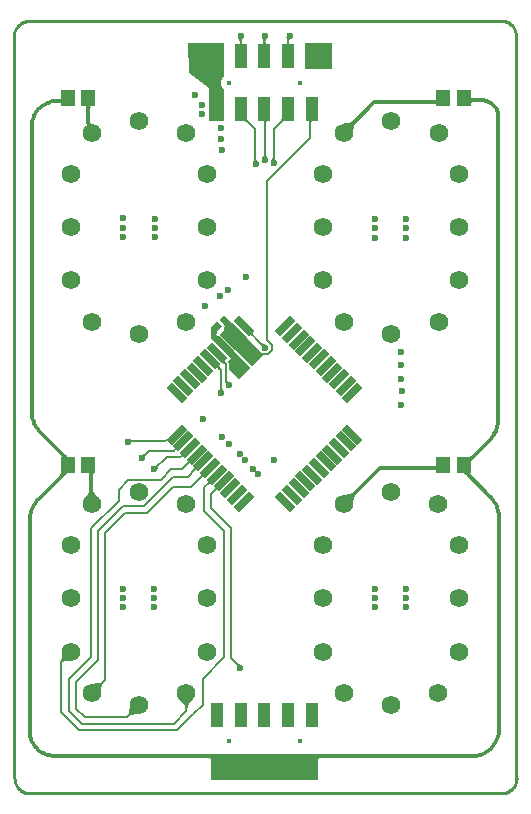
<source format=gbl>
%FSTAX23Y23*%
%MOIN*%
%SFA1B1*%

%IPPOS*%
%AMD36*
4,1,4,0.034800,-0.018100,-0.018100,0.034800,-0.034800,0.018100,0.018100,-0.034800,0.034800,-0.018100,0.0*
%
%AMD37*
4,1,4,-0.018100,-0.034800,0.034800,0.018100,0.018100,0.034800,-0.034800,-0.018100,-0.018100,-0.034800,0.0*
%
%AMD47*
4,1,4,0.015000,0.000600,0.000600,0.015000,-0.015000,-0.000600,-0.000600,-0.015000,0.015000,0.000600,0.0*
%
%ADD14C,0.010000*%
G04~CAMADD=36~9~0.0~0.0~748.0~236.2~0.0~0.0~0~0.0~0.0~0.0~0.0~0~0.0~0.0~0.0~0.0~0~0.0~0.0~0.0~315.0~696.0~695.0*
%ADD36D36*%
G04~CAMADD=37~9~0.0~0.0~748.0~236.2~0.0~0.0~0~0.0~0.0~0.0~0.0~0~0.0~0.0~0.0~0.0~0~0.0~0.0~0.0~225.0~696.0~695.0*
%ADD37D37*%
%ADD38C,0.006690*%
%ADD39C,0.014960*%
%ADD40C,0.062210*%
%ADD41C,0.023620*%
%ADD42C,0.031500*%
%ADD44C,0.011810*%
%ADD45R,0.044090X0.082870*%
%ADD46R,0.045280X0.057090*%
G04~CAMADD=47~9~0.0~0.0~204.7~220.5~0.0~0.0~0~0.0~0.0~0.0~0.0~0~0.0~0.0~0.0~0.0~0~0.0~0.0~0.0~315.0~300.0~299.0*
%ADD47D47*%
%LNnas-craftsman_nixie_base_v1_1-1*%
%LPD*%
G36*
X18546Y02797D02*
X18545Y02796D01*
X18544Y02795*
X18543Y02794*
X18542Y02793*
X18542Y02792*
X18541Y02791*
X18541Y0279*
X18541Y02789*
X18541Y02788*
X18541Y02787*
X18534Y02788*
X18534Y02789*
X18534Y0279*
X18533Y02791*
X18533Y02792*
X18533Y02793*
X18532Y02794*
X18532Y02795*
X18531Y02796*
X1853Y02797*
X18529Y02798*
X18546Y02797*
G37*
G36*
X18625Y02795D02*
X18624Y02794D01*
X18623Y02794*
X18622Y02793*
X18621Y02792*
X18621Y02792*
X1862Y02791*
X1862Y0279*
X18619Y02789*
X18619Y02788*
X18619Y02787*
X18613Y02788*
X18613Y02789*
X18612Y02792*
X18612Y02793*
X18612Y02796*
X18611Y02797*
X1861Y028*
X1861Y02801*
X18625Y02795*
G37*
G36*
X18466Y02796D02*
X18465Y02795D01*
X18464Y02794*
X18463Y02793*
X18463Y02792*
X18463Y02791*
X18462Y0279*
X18462Y02789*
X18462Y02788*
X18462Y02787*
X18455Y02786*
X18455Y02787*
X18455Y02788*
X18455Y02789*
X18454Y0279*
X18454Y02791*
X18453Y02792*
X18453Y02793*
X18452Y02794*
X18451Y02795*
X1845Y02796*
X18466Y02797*
X18466Y02796*
G37*
G36*
X18619Y02783D02*
X18619Y02782D01*
X1862Y02781*
X1862Y0278*
X1862Y02779*
X1862Y02779*
X18621Y02778*
X18621Y02778*
X18622Y02778*
X18623Y02778*
X18609*
X1861Y02778*
X1861Y02778*
X18611Y02778*
X18611Y02779*
X18612Y02779*
X18612Y0278*
X18612Y02781*
X18612Y02782*
X18613Y02783*
X18613Y02785*
X18619*
X18619Y02783*
G37*
G36*
X18541D02*
X18541Y02782D01*
X18541Y02781*
X18541Y0278*
X18541Y02779*
X18542Y02779*
X18542Y02778*
X18543Y02778*
X18543Y02778*
X18544Y02778*
X1853*
X18531Y02778*
X18532Y02778*
X18532Y02778*
X18533Y02779*
X18533Y02779*
X18533Y0278*
X18534Y02781*
X18534Y02782*
X18534Y02783*
X18534Y02785*
X18541*
X18541Y02783*
G37*
G36*
X18462Y02783D02*
X18462Y02782D01*
X18462Y02781*
X18462Y0278*
X18463Y02779*
X18463Y02779*
X18463Y02778*
X18464Y02778*
X18464Y02778*
X18465Y02778*
X18452*
X18452Y02778*
X18453Y02778*
X18453Y02778*
X18454Y02779*
X18454Y02779*
X18455Y0278*
X18455Y02781*
X18455Y02782*
X18455Y02783*
X18455Y02785*
X18462*
X18462Y02783*
G37*
G36*
X18762Y02782D02*
Y02695D01*
X18673*
Y02782*
X18762*
G37*
G36*
X17858Y02578D02*
X17858Y02579D01*
X17858Y0258*
X17858Y02581*
X17857Y02581*
X17856Y02581*
X17855Y02582*
X17853Y02582*
X17852Y02582*
X1785Y02582*
X17848Y02583*
Y02594*
X1785Y02594*
X17853Y02595*
X17855Y02595*
X17856Y02595*
X17857Y02596*
X17858Y02596*
X17858Y02597*
X17858Y02598*
X17858Y02598*
Y02578*
G37*
G36*
X19223Y02601D02*
X19224Y026D01*
X19224Y02599*
X19225Y02598*
X19226Y02598*
X19228Y02597*
X19229Y02597*
X19231Y02596*
X19233Y02596*
X19235Y02596*
Y02584*
X19233Y02584*
X19231Y02584*
X19229Y02584*
X19228Y02583*
X19226Y02583*
X19225Y02582*
X19224Y02581*
X19224Y0258*
X19223Y02579*
X19223Y02578*
Y02602*
X19223Y02601*
G37*
G36*
X19109Y02573D02*
X19109Y02574D01*
X19109Y02575*
X19108Y02576*
X19108Y02577*
X19106Y02577*
X19105Y02578*
X19104Y02578*
X19102Y02579*
X191Y02579*
X19098Y02579*
Y02591*
X191Y02591*
X19102Y02591*
X19104Y02591*
X19105Y02592*
X19106Y02592*
X19108Y02593*
X19108Y02594*
X19109Y02594*
X19109Y02595*
X19109Y02597*
Y02573*
G37*
G36*
X1796Y02568D02*
X17959Y02568D01*
X17959Y02567*
X17958Y02566*
X17957Y02565*
X17957Y02564*
X17956Y02562*
X17956Y02561*
X17956Y02559*
X17956Y02556*
X17944*
X17944Y02559*
X17944Y02561*
X17943Y02562*
X17943Y02564*
X17942Y02565*
X17942Y02566*
X17941Y02567*
X1794Y02568*
X17939Y02568*
X17938Y02568*
X17962*
X1796Y02568*
G37*
G36*
X18603Y0252D02*
X18603Y0252D01*
X18602Y02521*
X18602*
X18601Y0252*
X186Y0252*
X18599Y0252*
X18598Y02519*
X18597Y02518*
X18594Y02515*
X18589Y0252*
X18591Y02521*
X18593Y02524*
X18593Y02525*
X18594Y02526*
X18594Y02527*
X18595Y02528*
Y02528*
X18594Y02529*
X18594Y0253*
X18603Y0252*
G37*
G36*
X18402Y02781D02*
Y02669D01*
X184Y02668*
X18396Y02662*
X18393Y02656*
X18392Y02649*
X18393Y02642*
X18396Y02635*
X184Y0263*
X18402Y02629*
Y0252*
X18353*
X18352Y02633*
X18285Y02682*
X18284Y02781*
X18402*
G37*
G36*
X1848Y02529D02*
X1848Y02529D01*
X1848Y02528*
X1848Y02527*
X1848Y02526*
X18481Y02525*
X18482Y02524*
X18483Y02523*
X18485Y0252*
X18481Y02515*
X18479Y02517*
X18477Y02519*
X18476Y0252*
X18475Y0252*
X18474Y02521*
X18473Y02521*
X18472Y02521*
X18472Y02521*
X18471Y0252*
X1848Y0253*
X1848Y02529*
G37*
G36*
X18696Y0252D02*
X18695Y0252D01*
X18695Y0252*
X18695Y02519*
X18694Y02518*
X18694Y02518*
X18694Y02517*
X18693Y02516*
X18693Y02515*
X18693Y02513*
X18687*
X18687Y02515*
X18686Y02516*
X18686Y02517*
X18686Y02518*
X18686Y02518*
X18685Y02519*
X18685Y0252*
X18684Y0252*
X18684Y0252*
X18683Y0252*
X18697*
X18696Y0252*
G37*
G36*
X18546D02*
X18545Y0252D01*
X18545Y0252*
X18544Y02519*
X18544Y02518*
X18544Y02518*
X18543Y02517*
X18543Y02516*
X18543Y02515*
X18543Y02513*
X18536*
X18536Y02515*
X18536Y02516*
X18536Y02517*
X18536Y02518*
X18536Y02518*
X18535Y02519*
X18535Y0252*
X18534Y0252*
X18534Y0252*
X18533Y0252*
X18547*
X18546Y0252*
G37*
G36*
X17952Y02498D02*
X17953Y02497D01*
X17953Y02497*
X17954Y02496*
X17956Y02493*
X1796Y02489*
X17956Y02484*
X17954Y02485*
X17947Y02492*
X17946Y02492*
X17952Y02498*
X17952Y02498*
G37*
G36*
X18841Y02513D02*
X1884Y02512D01*
X18839Y0251*
X18837Y02507*
X18836Y02505*
X18836Y02502*
X18835Y02499*
X18834Y02495*
X18834Y02491*
X18834Y02483*
X18803Y02514*
X18807Y02514*
X18815Y02514*
X18818Y02515*
X18821Y02516*
X18824Y02517*
X18827Y02518*
X18829Y02519*
X18831Y0252*
X18833Y02522*
X18841Y02513*
G37*
G36*
X18543Y0241D02*
X18543Y02409D01*
X18544Y02408*
X18544Y02407*
X18544Y02406*
X18545Y02405*
X18546Y02404*
X18546Y02403*
X18547Y02402*
X18548Y02401*
X18532*
X18532Y02402*
X18533Y02403*
X18534Y02404*
X18535Y02405*
X18535Y02406*
X18536Y02407*
X18536Y02408*
X18536Y02409*
X18536Y0241*
X18536Y02411*
X18543*
X18543Y0241*
G37*
G36*
X18571Y02398D02*
X18571Y02397D01*
X18572Y02396*
X18572Y02395*
X18573Y02394*
X18573Y02393*
X18574Y02392*
X18574Y02391*
X18575Y0239*
X18576Y02389*
X1856*
X18561Y0239*
X18561Y02391*
X18562Y02392*
X18563Y02393*
X18563Y02394*
X18564Y02395*
X18564Y02396*
X18564Y02397*
X18565Y02398*
X18565Y02399*
X18571*
X18571Y02398*
G37*
G36*
X1851Y02395D02*
X1851Y02394D01*
X1851Y02393*
X1851Y02392*
X18511Y02391*
X18511Y0239*
X18512Y02389*
X18513Y02388*
X18514Y02387*
X18515Y02386*
X18498Y02384*
X18499Y02385*
X18501Y02387*
X18501Y02389*
X18502Y0239*
X18502Y02391*
X18502Y02392*
X18503Y02393*
X18503Y02394*
X18503Y02395*
X18509Y02396*
X1851Y02395*
G37*
G36*
X18499Y01816D02*
X18498Y01815D01*
X18498Y01815*
X18498Y01814*
X18498Y01813*
X18499Y01813*
X18499Y01812*
X185Y01811*
X185Y0181*
X18501Y01809*
X18497Y01805*
X18496Y01805*
X18495Y01806*
X18494Y01807*
X18493Y01807*
X18492Y01808*
X18492Y01808*
X18491Y01808*
X1849Y01808*
X1849Y01807*
X18489Y01807*
X18499Y01816*
X18499Y01816*
G37*
G36*
X1853Y01781D02*
X18531Y0178D01*
X18532Y0178*
X18533Y01779*
X18534Y01779*
X18535Y01778*
X18536Y01778*
X18537Y01778*
X18538Y01778*
X1854Y01778*
X18528Y01766*
X18528Y01767*
X18528Y01769*
X18528Y0177*
X18528Y01771*
X18527Y01772*
X18527Y01773*
X18526Y01774*
X18526Y01775*
X18525Y01776*
X18524Y01777*
X18529Y01781*
X1853Y01781*
G37*
G36*
X18405Y01723D02*
X18405Y01722D01*
X18405Y01721*
X18405Y01721*
X18405Y0172*
X18405Y01719*
X18406Y01719*
X18406Y01718*
X18407Y01717*
X18408Y01716*
X18403Y01711*
X18402Y01712*
X18401Y01713*
X184Y01714*
X18399Y01714*
X18399Y01715*
X18398Y01715*
X18398Y01715*
X18397Y01715*
X18397Y01714*
X18406Y01723*
X18405Y01723*
G37*
G36*
X18479Y01798D02*
X18529Y01748D01*
X1853Y01748*
X18531Y01748*
X18532Y01748*
X18532Y01745*
X18534Y01743*
X18533Y01743*
X18533Y01741*
X18532Y01741*
X18531Y01741*
X18531Y0174*
X18496Y01706*
X1844Y01761*
X18389Y01811*
Y01812*
X18401Y01824*
Y01833*
X18406Y01838*
X18401Y01843*
Y01844*
X18387Y01859*
X18403Y01874*
X18479Y01798*
G37*
G36*
X18387Y01705D02*
X18387Y01704D01*
X18387Y01703*
X18387Y01703*
X18387Y01702*
X18387Y01701*
X18388Y01701*
X18388Y017*
X18389Y01699*
X1839Y01698*
X18385Y01693*
X18384Y01694*
X18383Y01695*
X18383Y01695*
X18382Y01696*
X18381Y01696*
X1838Y01696*
X1838Y01696*
X18379Y01696*
X18379Y01696*
X18378Y01696*
X18388Y01705*
X18387Y01705*
G37*
G36*
X18395Y01838D02*
X18379Y01823D01*
Y01814*
X18377Y01812*
X18383Y01806*
X18383Y01806*
X18434Y01755*
X18434Y01755*
X18434Y01755*
X18441Y01748*
X18441Y01748*
X1849Y01699*
X18451Y01661*
X1842Y01692*
Y01711*
X18419Y01715*
X18416Y01719*
X18415Y01721*
X18425Y01731*
X18361Y01795*
X1836Y01794*
X18358Y01835*
X18378Y01853*
X18381*
X18395Y01838*
G37*
G36*
X18411Y01655D02*
X18412Y01655D01*
X18413Y01654*
X18414Y01654*
X18414Y01653*
X18415Y01653*
X18416Y01653*
X18416Y01653*
X18417Y01653*
X18418Y01653*
X18409Y01645*
X18409Y01645*
X18409Y01646*
X18409Y01647*
X18409Y01647*
X18408Y01648*
X18408Y01649*
X18408Y01649*
X18407Y0165*
X18407Y01651*
X18406Y01651*
X18411Y01656*
X18411Y01655*
G37*
G36*
X18397Y01633D02*
X18397Y01632D01*
X18397Y01631*
X18397Y0163*
X18398Y01629*
X18398Y01628*
X18399Y01627*
X184Y01626*
X18401Y01625*
X18402Y01624*
X18385*
X18386Y01625*
X18387Y01626*
X18388Y01627*
X18388Y01628*
X18389Y01629*
X18389Y0163*
X1839Y01631*
X1839Y01632*
X1839Y01633*
X1839Y01634*
X18397*
X18397Y01633*
G37*
G36*
X18089Y01461D02*
X18091Y0146D01*
X18093Y01459*
X18094Y01459*
X18095Y01458*
X18096Y01458*
X18097Y01458*
X18098Y01458*
X18099Y01458*
X18099Y01451*
X18098Y01451*
X18097Y01451*
X18096Y01451*
X18095Y0145*
X18094Y0145*
X18093Y01449*
X18092Y01448*
X18091Y01448*
X18091Y01447*
X1809Y01446*
X18088Y01462*
X18089Y01461*
G37*
G36*
X17871Y01412D02*
X17873Y0141D01*
X17874Y01409*
X17876Y01408*
X17878Y01407*
X17879Y01406*
X17881Y01405*
X17883Y01405*
X17884Y01405*
X17886Y01405*
X17858Y01405*
X17859Y01405*
X17859Y01405*
X17859Y01406*
X17859Y01406*
X17858Y01407*
X17857Y01408*
X17855Y0141*
X17852Y01413*
X17869*
X17871Y01412*
G37*
G36*
X19232Y01393D02*
X1923Y01391D01*
X19229Y0139*
X19227Y01388*
X19226Y01386*
X19225Y01385*
X19225Y01383*
X19224Y01381*
X19224Y0138*
X19223Y01378*
X19223Y01376*
X19223Y01405*
X19223Y01404*
X19224Y01404*
X19224Y01404*
X19225Y01404*
X19225Y01404*
X19226Y01405*
X19227Y01406*
X1923Y01408*
X19232Y0141*
Y01393*
G37*
G36*
X18143Y01409D02*
X18142Y01408D01*
X18142Y01407*
X18141Y01406*
X18141Y01405*
X1814Y01404*
X1814Y01403*
X1814Y01402*
X1814Y01401*
X1814Y014*
X1814Y01398*
X18127Y01409*
X18129Y01409*
X18131Y0141*
X18132Y0141*
X18133Y0141*
X18135Y01411*
X18135Y01411*
X18136Y01412*
X18137Y01412*
X18138Y01413*
X18143Y01409*
G37*
G36*
X18184Y01368D02*
X18183Y01368D01*
X18183Y01367*
X18182Y01366*
X18182Y01365*
X18181Y01364*
X18181Y01363*
X1818Y01362*
X1818Y01359*
X18179Y01358*
X1817Y01371*
X18171Y01371*
X18172Y01371*
X18173Y01371*
X18175Y01371*
X18176Y01371*
X18177Y01372*
X18178Y01372*
X18178Y01373*
X18179Y01373*
X1818Y01374*
X18184Y01368*
G37*
G36*
X19109Y01353D02*
X19109Y01354D01*
X19109Y01355*
X19108Y01356*
X19108Y01357*
X19106Y01357*
X19105Y01358*
X19104Y01358*
X19102Y01358*
X191Y01359*
X19098Y01359*
Y0137*
X191Y0137*
X19102Y01371*
X19104Y01371*
X19105Y01371*
X19106Y01372*
X19108Y01373*
X19108Y01373*
X19109Y01374*
X19109Y01375*
X19109Y01376*
Y01353*
G37*
G36*
X19223Y01348D02*
X19223Y01348D01*
X19222Y01348*
X19222Y01347*
X19222Y01347*
X19223Y01346*
X19223Y01345*
X19224Y01344*
X19227Y01341*
X19228Y0134*
X19212*
X1921Y01341*
X19208Y01343*
X19206Y01344*
X19205Y01345*
X19203Y01346*
X19201Y01347*
X192Y01347*
X19198Y01348*
X19196Y01348*
X19195Y01348*
X19223Y01348*
G37*
G36*
X17885Y01348D02*
X17884Y01348D01*
X17882Y01347*
X1788Y01347*
X17879Y01346*
X17877Y01345*
X17875Y01344*
X17873Y01343*
X17872Y01341*
X1787Y0134*
X17853*
X17854Y01341*
X17856Y01342*
X17857Y01343*
X17857Y01344*
X17858Y01345*
X17858Y01346*
X17858Y01346*
X17858Y01347*
X17858Y01348*
X17887Y01348*
X17885Y01348*
G37*
G36*
X1797Y01348D02*
X17969Y01348D01*
X17968Y01347*
X17967Y01346*
X17967Y01345*
X17966Y01344*
X17966Y01342*
X17965Y0134*
X17965Y01338*
X17965Y01336*
X17953*
X17953Y01338*
X17953Y0134*
X17953Y01342*
X17952Y01344*
X17952Y01345*
X17951Y01346*
X17951Y01347*
X1795Y01348*
X17949Y01348*
X17948Y01348*
X17971*
X1797Y01348*
G37*
G36*
X17965Y01292D02*
X17966Y0129D01*
X17967Y01287*
X17968Y01285*
X17969Y01282*
X17971Y0128*
X17973Y01277*
X17976Y01274*
X17979Y01272*
X17982Y01269*
X17938Y01265*
X17941Y01269*
X17946Y01275*
X17948Y01278*
X1795Y01281*
X17951Y01284*
X17952Y01287*
X17953Y01289*
X17953Y01291*
X17953Y01294*
X17965Y01295*
X17965Y01292*
G37*
G36*
X18841Y01276D02*
X1884Y01274D01*
X18838Y01272*
X18837Y01269*
X18836Y01267*
X18835Y01264*
X18835Y01261*
X18834Y01257*
X18834Y01254*
X18833Y01245*
X18803Y01276*
X18807Y01276*
X18815Y01277*
X18818Y01277*
X18821Y01278*
X18824Y01279*
X18827Y0128*
X18829Y01281*
X18831Y01282*
X18833Y01284*
X18841Y01276*
G37*
G36*
X17892Y00722D02*
X17887Y00722D01*
X17879Y00722*
X17875Y00721*
X17872Y00721*
X17869Y0072*
X17866Y00719*
X17864Y00718*
X17862Y00717*
X1786Y00716*
X17856Y0072*
X17857Y00722*
X17858Y00724*
X17859Y00726*
X1786Y00729*
X17861Y00732*
X17861Y00735*
X17861Y00739*
X17862Y00747*
X17862Y00752*
X17892Y00722*
G37*
G36*
X1845Y00713D02*
X18451Y00712D01*
X18452Y00712*
X18454Y0071*
X18455Y0071*
X18458Y00708*
X1846Y00708*
X18445Y00701*
X18445Y00702*
X18445Y00703*
X18445Y00704*
X18445Y00705*
X18445Y00706*
X18445Y00707*
X18445Y00708*
X18444Y00709*
X18444Y0071*
X18443Y0071*
X1845Y00713*
X1845Y00713*
G37*
G36*
X17999Y00648D02*
X17998Y00646D01*
X17997Y00644*
X17996Y00642*
X17995Y00639*
X17994Y00636*
X17994Y00633*
X17993Y00625*
X17993Y0062*
X17993Y00615*
X17962Y00646*
X17967Y00646*
X1798Y00647*
X17983Y00648*
X17986Y00648*
X17989Y00649*
X17991Y0065*
X17993Y00651*
X17994Y00653*
X17999Y00648*
G37*
G36*
X18295Y0059D02*
X18287Y0058D01*
X18285Y00577*
X18283Y00574*
X18282Y00572*
X18281Y0057*
X18281Y00567*
X1828Y00566*
X18274Y00565*
X18274Y00567*
X18273Y0057*
X18272Y00572*
X18271Y00574*
X18269Y00577*
X18267Y0058*
X18265Y00583*
X18259Y00589*
X18255Y00593*
X18299Y00593*
X18295Y0059*
G37*
G36*
X18119Y00545D02*
X18114Y00545D01*
X18101Y00544*
X18098Y00543*
X18095Y00542*
X18092Y00542*
X1809Y00541*
X18088Y0054*
X18086Y00538*
X18082Y00543*
X18083Y00545*
X18084Y00546*
X18085Y00549*
X18086Y00551*
X18087Y00554*
X18087Y00558*
X18088Y00566*
X18088Y0057*
X18088Y00575*
X18119Y00545*
G37*
G36*
X18717Y00409D02*
X18717Y00409D01*
X18718Y00409*
X18718Y00409*
X1872Y00409*
X18721Y0041*
X18724Y0041*
X18728Y0041*
Y00398*
X18726Y00398*
X18724Y00398*
X18722Y00398*
X18721Y00397*
X1872Y00397*
X18718Y00396*
X18718Y00395*
X18717Y00394*
X18717Y00393*
Y00329*
X18713Y00326*
X18358*
Y00395*
X18357Y00396*
X18357Y00397*
X18356Y00397*
X18355Y00398*
X18354Y00399*
X18352Y00399*
X1835Y00399*
X18348Y004*
X18346Y004*
Y00411*
X18358Y00408*
Y00413*
X18717*
Y00409*
G37*
G54D14*
X17704Y00331D02*
D01*
X17705Y00327*
X17705Y00324*
X17706Y0032*
X17706Y00317*
X17707Y00314*
X17709Y00311*
X1771Y00307*
X17712Y00304*
X17714Y00301*
X17716Y00299*
X17718Y00296*
X17721Y00294*
X17724Y00291*
X17726Y00289*
X17729Y00288*
X17733Y00286*
X17736Y00284*
X17739Y00283*
X17742Y00282*
X17746Y00282*
X17749Y00281*
X17753Y00281*
X17754Y00281*
X17753Y02855D02*
D01*
X17749Y02855*
X17746Y02855*
X17743Y02854*
X17739Y02853*
X17736Y02852*
X17733Y02851*
X1773Y02849*
X17726Y02848*
X17724Y02846*
X17721Y02843*
X17718Y02841*
X17716Y02839*
X17714Y02836*
X17712Y02833*
X1771Y0283*
X17708Y02827*
X17707Y02824*
X17705Y02821*
X17704Y02817*
X17704Y02814*
X17703Y0281*
X17703Y02807*
X17703Y02805*
X19376D02*
D01*
X19376Y02809*
X19376Y02812*
X19375Y02815*
X19374Y02819*
X19373Y02822*
X19372Y02825*
X1937Y02829*
X19369Y02832*
X19367Y02834*
X19365Y02837*
X19362Y0284*
X1936Y02842*
X19357Y02845*
X19354Y02847*
X19351Y02848*
X19348Y0285*
X19345Y02851*
X19342Y02853*
X19338Y02854*
X19335Y02854*
X19331Y02855*
X19328Y02855*
X19326Y02855*
X19328Y00281D02*
D01*
X19331Y00281*
X19335Y00281*
X19338Y00282*
X19342Y00283*
X19345Y00284*
X19348Y00285*
X19351Y00287*
X19354Y00288*
X19357Y0029*
X1936Y00293*
X19362Y00295*
X19365Y00297*
X19367Y003*
X19369Y00303*
X19371Y00306*
X19373Y00309*
X19374Y00312*
X19375Y00315*
X19376Y00319*
X19377Y00322*
X19377Y00326*
X19378Y00329*
X19378Y00331*
X17935Y00281D02*
X19132D01*
X1794Y02855D02*
X19134D01*
X17753D02*
X19326D01*
X17754Y00281D02*
X19328D01*
X17703Y00334D02*
Y02805D01*
X19376Y00328D02*
Y02809D01*
G54D36*
X18468Y01838D03*
X18446Y01816D03*
X18423Y01793D03*
X18401Y01771D03*
X18379Y01749D03*
X18357Y01727D03*
X18334Y01704D03*
X18312Y01682D03*
X1829Y0166D03*
X18267Y01638D03*
X18245Y01615D03*
X18607Y01253D03*
X18629Y01276D03*
X18652Y01298D03*
X18674Y0132D03*
X18696Y01342D03*
X18718Y01365D03*
X18741Y01387D03*
X18763Y01409D03*
X18785Y01432D03*
X18808Y01454D03*
X1883Y01476D03*
G54D37*
X1883Y01615D03*
X18808Y01638D03*
X18785Y0166D03*
X18763Y01682D03*
X18741Y01704D03*
X18718Y01727D03*
X18696Y01749D03*
X18674Y01771D03*
X18652Y01793D03*
X18629Y01816D03*
X18607Y01838D03*
X18245Y01476D03*
X18267Y01454D03*
X1829Y01432D03*
X18312Y01409D03*
X18334Y01387D03*
X18357Y01365D03*
X18379Y01342D03*
X18401Y0132D03*
X18423Y01298D03*
X18446Y01276D03*
X18468Y01253D03*
G54D38*
X18458Y02542D02*
Y02561D01*
X18616Y02542D02*
Y02561D01*
X18537Y02805D02*
X18538Y02806D01*
X18458Y02542D02*
X18477Y02523D01*
X18616Y02796D02*
X18621Y02801D01*
X18458Y02805D02*
X18458Y02804D01*
X18477Y02523D02*
X18478D01*
X18506Y02495*
X1854Y02393D02*
Y02559D01*
X18621Y02801D02*
Y02806D01*
X18506Y02383D02*
Y02495D01*
X18537Y02561D02*
X1854Y02559D01*
X18568Y02381D02*
Y02494D01*
X18616Y02542*
Y02737D02*
Y02796D01*
X18537Y02737D02*
Y02805D01*
X18458Y02737D02*
Y02804D01*
X18546Y02321D02*
X1869Y02465D01*
Y02555*
X18456Y00694D02*
Y00702D01*
X18427Y00732D02*
Y01165D01*
Y00732D02*
X18456Y00702D01*
X18331Y00576D02*
Y00661D01*
X183Y00545D02*
X18331Y00576D01*
X18245Y0049D02*
X183Y00545D01*
Y00545*
X17918Y0049D02*
X18245D01*
X18331Y00661D02*
X18404Y00734D01*
X18337Y01222D02*
Y013D01*
X18352Y01315*
Y01316*
X18379Y01342*
X18337Y01222D02*
X18404Y01155D01*
Y00734D02*
Y01155D01*
X1836Y01231D02*
X18427Y01165D01*
X17858Y0055D02*
X17918Y0049D01*
X17858Y0055D02*
Y00718D01*
X17893Y00753*
X1836Y01231D02*
Y01279D01*
X18401Y0132*
X17887Y00554D02*
X17928Y00512D01*
X18236*
X17887Y00554D02*
Y0066D01*
X18546Y01791D02*
X18562Y01775D01*
X18546Y01791D02*
Y02321D01*
X18051Y01293D02*
X18083Y01326D01*
X1796Y01165D02*
X18051Y01256D01*
Y01293*
X18083Y01326D02*
X18193D01*
X18227Y0136*
X18146Y01215D02*
X18234Y01303D01*
X18294*
X18074Y01215D02*
X18146D01*
X18005Y01147D02*
X18074Y01215D01*
X18005Y00658D02*
Y01147D01*
X18281Y01334D02*
X18307Y01361D01*
X18137Y01238D02*
X18233Y01334D01*
X18281*
X18065Y01238D02*
X18137D01*
X18227Y0136D02*
X18261D01*
X18311Y01409*
X17983Y01156D02*
X18065Y01238D01*
X17983Y00724D02*
Y01156D01*
X18168Y0136D02*
X1817D01*
X18211Y014D02*
X18257D01*
X1817Y0136D02*
X18211Y014D01*
X18311Y01409D02*
X18312D01*
X1796Y00734D02*
Y01165D01*
X1808Y01454D02*
X18207D01*
X18126Y01397D02*
X18152Y01422D01*
X18262Y01405D02*
X18263D01*
X18257Y014D02*
X18262Y01405D01*
X18263D02*
X1829Y01432D01*
X1824Y01427D02*
X18241D01*
X18235Y01422D02*
X1824Y01427D01*
X18152Y01422D02*
X18235D01*
X18241Y01427D02*
X18267Y01454D01*
X18207Y01454D02*
X1821Y01458D01*
X18227*
X18245Y01476*
X18277Y00615D02*
X18277Y00615D01*
Y00554D02*
Y00615D01*
X18236Y00512D02*
X18277Y00554D01*
X17887Y0066D02*
X1796Y00734D01*
X17962Y00615D02*
X18005Y00658D01*
X18329Y01338D02*
X1833D01*
X18294Y01303D02*
X18329Y01338D01*
X1833D02*
X18357Y01365D01*
X17938Y00535D02*
X18078D01*
X18119Y00576*
X17909Y00563D02*
X17938Y00535D01*
X17909Y00563D02*
Y00651D01*
X17983Y00724*
X18307Y01361D02*
X18308D01*
X18334Y01387*
X17946Y02498D02*
X17962Y02483D01*
X18562Y01757D02*
Y01775D01*
X18549Y01744D02*
X18562Y01757D01*
X18514Y01742D02*
X18517Y01744D01*
X18549*
X18379Y0174D02*
X18408Y01711D01*
X1842Y01641D02*
Y01642D01*
X18408Y01654D02*
X1842Y01642D01*
X18408Y01654D02*
Y01711D01*
X18357Y01727D02*
X18393Y0169D01*
Y01615D02*
Y0169D01*
X1854Y01766D02*
Y01767D01*
X18468Y01838D02*
X18537Y01769D01*
X18379Y0174D02*
Y01749D01*
X18534Y01766D02*
X18537Y01769D01*
X18534Y01766D02*
X18536Y01763D01*
G54D39*
X18419Y00455D03*
X18655D03*
Y02649D03*
X18419D03*
G54D40*
X18277Y02483D03*
X18346Y02345D03*
Y02168D03*
Y0199D03*
X18277Y01853D03*
X18119Y01813D03*
X17962Y01853D03*
X17893Y0199D03*
Y02168D03*
Y02345D03*
X17962Y02483D03*
X18119Y02522D03*
X19118Y02483D03*
X19187Y02345D03*
Y02168D03*
Y0199D03*
X19118Y01853D03*
X1896Y01813D03*
X18803Y01853D03*
X18734Y0199D03*
Y02168D03*
Y02345D03*
X18803Y02483D03*
X1896Y02522D03*
X19117Y01245D03*
X19186Y01107D03*
Y0093D03*
Y00753D03*
X19117Y00615D03*
X1896Y00576D03*
X18802Y00615D03*
X18733Y00753D03*
Y0093D03*
Y01107D03*
X18802Y01245D03*
X1896Y01284D03*
X18277Y01245D03*
X18346Y01107D03*
Y0093D03*
Y00753D03*
X18277Y00615D03*
X18119Y00576D03*
X17962Y00615D03*
X17893Y00753D03*
Y0093D03*
Y01107D03*
X17962Y01245D03*
X18119Y01284D03*
G54D41*
X18174Y02134D03*
Y02196D03*
Y02165D03*
X18906Y02164D03*
Y02194D03*
X19008Y02164D03*
Y02194D03*
X18906Y02133D03*
X19008D03*
X18508Y02377D03*
X18307Y02609D03*
X18328Y02576D03*
X18328Y02545D03*
X1854Y02393D03*
X18458Y02805D03*
X18538Y02806D03*
X18568Y02381D03*
X18621Y02806D03*
X18394Y02462D03*
X18394Y02497D03*
X183Y0274D03*
Y02711D03*
X18456Y00697D03*
X18395Y02426D03*
X18991Y01753D03*
Y01707D03*
Y01663D03*
X18997Y0162D03*
X18991Y01575D03*
X18066Y02166D03*
Y02197D03*
Y02135D03*
X18906Y00932D03*
Y00963D03*
X19008Y00901D03*
Y00932D03*
Y00963D03*
X18906Y00901D03*
X18067Y009D03*
X1817Y00962D03*
X18168Y0136D03*
X1817Y00931D03*
Y009D03*
X18067Y00962D03*
Y00931D03*
X183Y02767D03*
X18128Y01397D03*
X18081Y01453D03*
X18476Y02003D03*
X18417Y01959D03*
X18339Y01905D03*
X18388Y01937D03*
X18568Y0139D03*
X1842Y01641D03*
X18393Y01615D03*
X1854Y01766D03*
X18514Y01742D03*
X1842Y01445D03*
X18397Y01468D03*
X18333Y01528D03*
X18455Y01411D03*
X18515Y01345D03*
X18497Y01725D03*
X1847Y01695D03*
X18452Y01677D03*
X18472Y01393D03*
X18498Y01362D03*
G54D42*
X18745Y0275D03*
G54D44*
X19228Y00404D02*
D01*
X19235Y00404*
X19241Y00405*
X19247Y00406*
X19253Y00407*
X19259Y00409*
X19265Y00412*
X19271Y00415*
X19277Y00418*
X19282Y00421*
X19287Y00425*
X19291Y00429*
X19296Y00434*
X193Y00439*
X19304Y00444*
X19307Y00449*
X1931Y00455*
X19313Y00461*
X19315Y00467*
X19317Y00473*
X19318Y00479*
X19319Y00485*
X19319Y00492*
X19319Y00495*
X17755Y00486D02*
D01*
X17756Y0048*
X17756Y00475*
X17757Y00469*
X17759Y00464*
X1776Y00459*
X17762Y00453*
X17765Y00448*
X17768Y00443*
X17771Y00439*
X17774Y00434*
X17778Y0043*
X17782Y00426*
X17786Y00423*
X17791Y00419*
X17796Y00416*
X17801Y00414*
X17806Y00411*
X17811Y00409*
X17817Y00408*
X17822Y00407*
X17828Y00406*
X17833Y00406*
X17836Y00406*
X17848Y02588D02*
D01*
X17842Y02588*
X17836Y02588*
X1783Y02587*
X17824Y02585*
X17819Y02583*
X17813Y02581*
X17808Y02578*
X17802Y02575*
X17797Y02572*
X17793Y02568*
X17788Y02564*
X17784Y0256*
X1778Y02555*
X17776Y0255*
X17773Y02545*
X1777Y0254*
X17768Y02534*
X17766Y02528*
X17764Y02523*
X17763Y02517*
X17762Y02511*
X17762Y02505*
X17762Y02502*
Y01554D02*
D01*
X17762Y01547*
X17763Y0154*
X17764Y01533*
X17765Y01526*
X17768Y0152*
X1777Y01513*
X17773Y01507*
X17777Y01501*
X17781Y01495*
X17785Y01489*
X1779Y01484*
X17791Y01483*
X17785Y01263D02*
D01*
X1778Y01257*
X17776Y01252*
X17772Y01246*
X17768Y0124*
X17765Y01234*
X17762Y01228*
X1776Y01221*
X17758Y01214*
X17757Y01207*
X17756Y01201*
X17755Y01194*
X17755Y01192*
X19317Y02536D02*
D01*
X19317Y02539*
X19316Y02543*
X19316Y02547*
X19315Y02551*
X19314Y02554*
X19312Y02558*
X19311Y02561*
X19309Y02564*
X19307Y02568*
X19304Y02571*
X19302Y02573*
X19299Y02576*
X19296Y02579*
X19293Y02581*
X1929Y02583*
X19286Y02585*
X19283Y02586*
X19279Y02587*
X19276Y02589*
X19272Y02589*
X19268Y0259*
X19264Y0259*
X19262Y0259*
X19288Y01457D02*
D01*
X19292Y01462*
X19297Y01468*
X19301Y01474*
X19304Y0148*
X19308Y01486*
X1931Y01492*
X19313Y01499*
X19314Y01506*
X19316Y01512*
X19317Y01519*
X19317Y01526*
X19317Y01528*
X19319Y01199D02*
D01*
X19319Y01206*
X19318Y01213*
X19317Y0122*
X19315Y01226*
X19313Y01233*
X19311Y01239*
X19308Y01246*
X19304Y01252*
X193Y01258*
X19296Y01263*
X19291Y01268*
X1929Y01269*
X18669Y00404D02*
X19228D01*
X17836Y00406D02*
X18404D01*
X17848Y02588D02*
X17877D01*
X17762Y01554D02*
Y02502D01*
X17755Y00486D02*
Y01192D01*
X17791Y01483D02*
X17881Y01393D01*
X17785Y01263D02*
X17881Y01359D01*
Y01365*
Y01393*
X19206Y0259D02*
X19262D01*
X19317Y01528D02*
Y02536D01*
X19201Y0137D02*
X19288Y01457D01*
X19319Y00495D02*
Y01199D01*
X19201Y01359D02*
X1929Y01269D01*
X19201Y01365D02*
Y0137D01*
Y01359D02*
Y01365D01*
X17952Y02504D02*
Y02512D01*
X1795Y02515D02*
X17952Y02512D01*
X1795Y02515D02*
Y02585D01*
Y01365D02*
X17959Y01355D01*
Y01247D02*
X17962Y01245D01*
X17959Y01247D02*
Y01355D01*
X18802Y02483D02*
X18904Y02585D01*
X19132*
X18922Y01365D02*
X19132D01*
X18802Y01245D02*
X18922Y01365D01*
X17946Y02498D02*
X17952Y02504D01*
G54D45*
X18695Y00542D03*
X18616D03*
X18537D03*
X18458D03*
X1838D03*
Y00367D03*
X18458D03*
X18537D03*
X18616Y00367D03*
X18695Y00367D03*
X1838Y02561D03*
X18458D03*
X18537D03*
X18616D03*
X18695D03*
Y02737D03*
X18616D03*
X18537D03*
X18458Y02737D03*
X1838Y02737D03*
G54D46*
X17881Y02597D03*
X1795D03*
X17881Y01376D03*
X1795D03*
X19201D03*
X19132D03*
X19201Y02597D03*
X19132D03*
G54D47*
X1838Y01838D03*
X18402Y01859D03*
M02*
</source>
